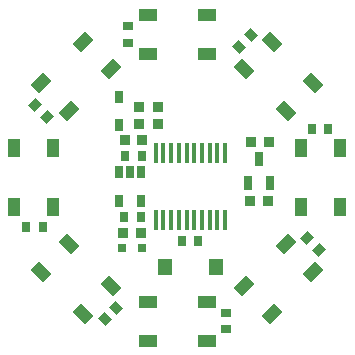
<source format=gtp>
%TF.GenerationSoftware,KiCad,Pcbnew,9.0.0*%
%TF.CreationDate,2025-04-22T13:41:16+01:00*%
%TF.ProjectId,vm_rgb_ring_0.3,766d5f72-6762-45f7-9269-6e675f302e33,v0.3*%
%TF.SameCoordinates,PX4f64b50PY4749830*%
%TF.FileFunction,Paste,Top*%
%TF.FilePolarity,Positive*%
%FSLAX45Y45*%
G04 Gerber Fmt 4.5, Leading zero omitted, Abs format (unit mm)*
G04 Created by KiCad (PCBNEW 9.0.0) date 2025-04-22 13:41:16*
%MOMM*%
%LPD*%
G01*
G04 APERTURE LIST*
G04 Aperture macros list*
%AMRotRect*
0 Rectangle, with rotation*
0 The origin of the aperture is its center*
0 $1 length*
0 $2 width*
0 $3 Rotation angle, in degrees counterclockwise*
0 Add horizontal line*
21,1,$1,$2,0,0,$3*%
G04 Aperture macros list end*
%ADD10R,0.900000X0.800000*%
%ADD11R,0.860000X0.810000*%
%ADD12RotRect,1.500000X1.000000X45.000000*%
%ADD13RotRect,1.500000X1.000000X225.000000*%
%ADD14R,0.700000X1.000000*%
%ADD15R,0.800000X0.800000*%
%ADD16R,1.000000X1.500000*%
%ADD17RotRect,0.800000X0.900000X225.000000*%
%ADD18R,0.700000X1.250000*%
%ADD19R,0.800000X0.900000*%
%ADD20R,0.810000X0.860000*%
%ADD21O,0.360000X1.740000*%
%ADD22R,1.500000X1.000000*%
%ADD23RotRect,0.800000X0.900000X135.000000*%
%ADD24RotRect,1.500000X1.000000X135.000000*%
%ADD25R,1.230000X1.360000*%
%ADD26RotRect,1.500000X1.000000X315.000000*%
%ADD27RotRect,0.800000X0.900000X315.000000*%
%ADD28RotRect,0.800000X0.900000X45.000000*%
%ADD29R,0.750000X1.000000*%
G04 APERTURE END LIST*
D10*
%TO.C,C4*%
X-415341Y1277748D03*
X-415341Y1137748D03*
%TD*%
D11*
%TO.C,R7*%
X-160000Y445000D03*
X-160000Y595000D03*
%TD*%
D12*
%TO.C,LED4*%
X567335Y-924574D03*
X800681Y-1157919D03*
X1154234Y-804366D03*
X920889Y-571021D03*
%TD*%
D10*
%TO.C,C8*%
X417506Y-1290000D03*
X417506Y-1150000D03*
%TD*%
D13*
%TO.C,LED8*%
X-564035Y913903D03*
X-797381Y1147249D03*
X-1150934Y793695D03*
X-917589Y560350D03*
%TD*%
D14*
%TO.C,U2*%
X-305000Y40000D03*
X-400000Y40000D03*
X-495000Y40000D03*
X-495000Y-200000D03*
X-305000Y-200000D03*
%TD*%
D15*
%TO.C,D1*%
X-295000Y-600000D03*
X-465000Y-600000D03*
%TD*%
D11*
%TO.C,R6*%
X-320000Y445000D03*
X-320000Y595000D03*
%TD*%
D16*
%TO.C,LED3*%
X1051650Y-255335D03*
X1381650Y-255335D03*
X1381650Y244665D03*
X1051650Y244665D03*
%TD*%
D17*
%TO.C,C11*%
X625000Y1200000D03*
X526005Y1101005D03*
%TD*%
D18*
%TO.C,Q1*%
X600000Y-50000D03*
X790000Y-50000D03*
X695000Y150000D03*
%TD*%
D19*
%TO.C,C3*%
X-310000Y-340000D03*
X-450000Y-340000D03*
%TD*%
D20*
%TO.C,R2*%
X615000Y-200000D03*
X765000Y-200000D03*
%TD*%
D21*
%TO.C,U1*%
X-181000Y-367000D03*
X-116000Y-367000D03*
X-51000Y-367000D03*
X14000Y-367000D03*
X80000Y-367000D03*
X145000Y-367000D03*
X210000Y-367000D03*
X275000Y-367000D03*
X340000Y-367000D03*
X405000Y-367000D03*
X405000Y207000D03*
X340000Y207000D03*
X275000Y207000D03*
X210000Y207000D03*
X145000Y207000D03*
X80000Y207000D03*
X14000Y207000D03*
X-51000Y207000D03*
X-116000Y207000D03*
X-181000Y207000D03*
%TD*%
D22*
%TO.C,LED5*%
X-248350Y-1055335D03*
X-248350Y-1385335D03*
X251650Y-1385335D03*
X251650Y-1055335D03*
%TD*%
D19*
%TO.C,C6*%
X-1279163Y-419171D03*
X-1139163Y-419171D03*
%TD*%
D23*
%TO.C,C9*%
X1198772Y-616861D03*
X1099777Y-517866D03*
%TD*%
D24*
%TO.C,LED2*%
X920889Y560350D03*
X1154234Y793695D03*
X800681Y1147249D03*
X567335Y913903D03*
%TD*%
D19*
%TO.C,C10*%
X1281061Y409918D03*
X1141061Y409918D03*
%TD*%
D16*
%TO.C,LED7*%
X-1048350Y244665D03*
X-1378350Y244665D03*
X-1378350Y-255335D03*
X-1048350Y-255335D03*
%TD*%
D25*
%TO.C,SW1*%
X330000Y-760000D03*
X-106000Y-760000D03*
%TD*%
D20*
%TO.C,R5*%
X-295000Y310000D03*
X-445000Y310000D03*
%TD*%
D22*
%TO.C,LED1*%
X251650Y1044665D03*
X251650Y1374665D03*
X-248350Y1374665D03*
X-248350Y1044665D03*
%TD*%
D19*
%TO.C,C1*%
X40000Y-540000D03*
X180000Y-540000D03*
%TD*%
D26*
%TO.C,LED6*%
X-917589Y-571021D03*
X-1150934Y-804366D03*
X-797381Y-1157919D03*
X-564035Y-924574D03*
%TD*%
D27*
%TO.C,C5*%
X-1199994Y608071D03*
X-1100999Y509076D03*
%TD*%
D19*
%TO.C,C2*%
X-300000Y180000D03*
X-440000Y180000D03*
%TD*%
D20*
%TO.C,R1*%
X-305000Y-470000D03*
X-455000Y-470000D03*
%TD*%
%TO.C,R3*%
X775000Y300000D03*
X625000Y300000D03*
%TD*%
D28*
%TO.C,C7*%
X-613780Y-1204996D03*
X-514785Y-1106001D03*
%TD*%
D29*
%TO.C,D2*%
X-490000Y677000D03*
X-490000Y443000D03*
%TD*%
M02*

</source>
